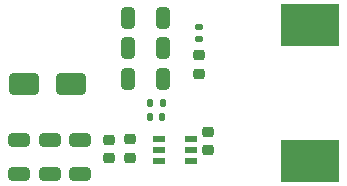
<source format=gbr>
%TF.GenerationSoftware,KiCad,Pcbnew,8.0.8*%
%TF.CreationDate,2025-06-16T12:41:12-07:00*%
%TF.ProjectId,lmr51635,6c6d7235-3136-4333-952e-6b696361645f,rev?*%
%TF.SameCoordinates,Original*%
%TF.FileFunction,Paste,Top*%
%TF.FilePolarity,Positive*%
%FSLAX46Y46*%
G04 Gerber Fmt 4.6, Leading zero omitted, Abs format (unit mm)*
G04 Created by KiCad (PCBNEW 8.0.8) date 2025-06-16 12:41:12*
%MOMM*%
%LPD*%
G01*
G04 APERTURE LIST*
G04 Aperture macros list*
%AMRoundRect*
0 Rectangle with rounded corners*
0 $1 Rounding radius*
0 $2 $3 $4 $5 $6 $7 $8 $9 X,Y pos of 4 corners*
0 Add a 4 corners polygon primitive as box body*
4,1,4,$2,$3,$4,$5,$6,$7,$8,$9,$2,$3,0*
0 Add four circle primitives for the rounded corners*
1,1,$1+$1,$2,$3*
1,1,$1+$1,$4,$5*
1,1,$1+$1,$6,$7*
1,1,$1+$1,$8,$9*
0 Add four rect primitives between the rounded corners*
20,1,$1+$1,$2,$3,$4,$5,0*
20,1,$1+$1,$4,$5,$6,$7,0*
20,1,$1+$1,$6,$7,$8,$9,0*
20,1,$1+$1,$8,$9,$2,$3,0*%
G04 Aperture macros list end*
%ADD10RoundRect,0.135000X-0.135000X-0.185000X0.135000X-0.185000X0.135000X0.185000X-0.135000X0.185000X0*%
%ADD11RoundRect,0.250000X-0.650000X0.325000X-0.650000X-0.325000X0.650000X-0.325000X0.650000X0.325000X0*%
%ADD12RoundRect,0.225000X-0.250000X0.225000X-0.250000X-0.225000X0.250000X-0.225000X0.250000X0.225000X0*%
%ADD13R,1.100000X0.599999*%
%ADD14RoundRect,0.250000X0.325000X0.650000X-0.325000X0.650000X-0.325000X-0.650000X0.325000X-0.650000X0*%
%ADD15RoundRect,0.250000X1.000000X0.650000X-1.000000X0.650000X-1.000000X-0.650000X1.000000X-0.650000X0*%
%ADD16RoundRect,0.218750X0.256250X-0.218750X0.256250X0.218750X-0.256250X0.218750X-0.256250X-0.218750X0*%
%ADD17R,4.900000X3.550000*%
%ADD18RoundRect,0.135000X-0.185000X0.135000X-0.185000X-0.135000X0.185000X-0.135000X0.185000X0.135000X0*%
%ADD19RoundRect,0.135000X0.135000X0.185000X-0.135000X0.185000X-0.135000X-0.185000X0.135000X-0.185000X0*%
G04 APERTURE END LIST*
D10*
%TO.C,R2*%
X119270000Y-116000000D03*
X120290000Y-116000000D03*
%TD*%
D11*
%TO.C,C5*%
X108150000Y-117925000D03*
X108150000Y-120875000D03*
%TD*%
D12*
%TO.C,C9*%
X124200000Y-117275000D03*
X124200000Y-118825000D03*
%TD*%
D13*
%TO.C,U2*%
X120050013Y-117849999D03*
X120050013Y-118800000D03*
X120050013Y-119750001D03*
X122749997Y-119750001D03*
X122749997Y-118800000D03*
X122749997Y-117849999D03*
%TD*%
D14*
%TO.C,C6*%
X120350000Y-112800000D03*
X117400000Y-112800000D03*
%TD*%
D15*
%TO.C,D1*%
X112600000Y-113200000D03*
X108600000Y-113200000D03*
%TD*%
D11*
%TO.C,C4*%
X110800000Y-117925000D03*
X110800000Y-120875000D03*
%TD*%
D16*
%TO.C,D2*%
X123400000Y-112375000D03*
X123400000Y-110800000D03*
%TD*%
D14*
%TO.C,C8*%
X120350000Y-107600000D03*
X117400000Y-107600000D03*
%TD*%
%TO.C,C7*%
X120350000Y-110200000D03*
X117400000Y-110200000D03*
%TD*%
D12*
%TO.C,C1*%
X115750000Y-117925000D03*
X115750000Y-119475000D03*
%TD*%
D17*
%TO.C,L1*%
X132800000Y-119700000D03*
X132800000Y-108200000D03*
%TD*%
D12*
%TO.C,C2*%
X117575000Y-117900000D03*
X117575000Y-119450000D03*
%TD*%
D18*
%TO.C,R3*%
X123400000Y-108380000D03*
X123400000Y-109400000D03*
%TD*%
D11*
%TO.C,C3*%
X113350000Y-117925000D03*
X113350000Y-120875000D03*
%TD*%
D19*
%TO.C,R1*%
X120310000Y-114800000D03*
X119290000Y-114800000D03*
%TD*%
M02*

</source>
